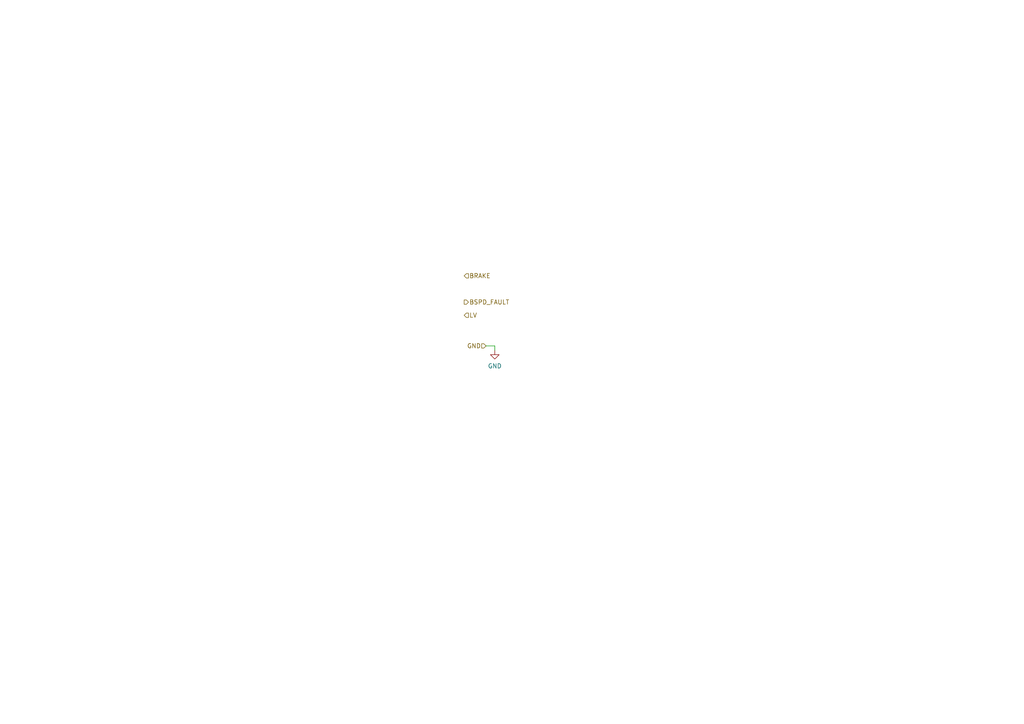
<source format=kicad_sch>
(kicad_sch (version 20211123) (generator eeschema)

  (uuid b43df33f-62fd-48d7-9cd2-2a6c09122ec1)

  (paper "A4")

  (lib_symbols
    (symbol "power:GND" (power) (pin_names (offset 0)) (in_bom yes) (on_board yes)
      (property "Reference" "#PWR" (id 0) (at 0 -6.35 0)
        (effects (font (size 1.27 1.27)) hide)
      )
      (property "Value" "GND" (id 1) (at 0 -3.81 0)
        (effects (font (size 1.27 1.27)))
      )
      (property "Footprint" "" (id 2) (at 0 0 0)
        (effects (font (size 1.27 1.27)) hide)
      )
      (property "Datasheet" "" (id 3) (at 0 0 0)
        (effects (font (size 1.27 1.27)) hide)
      )
      (property "ki_keywords" "power-flag" (id 4) (at 0 0 0)
        (effects (font (size 1.27 1.27)) hide)
      )
      (property "ki_description" "Power symbol creates a global label with name \"GND\" , ground" (id 5) (at 0 0 0)
        (effects (font (size 1.27 1.27)) hide)
      )
      (symbol "GND_0_1"
        (polyline
          (pts
            (xy 0 0)
            (xy 0 -1.27)
            (xy 1.27 -1.27)
            (xy 0 -2.54)
            (xy -1.27 -1.27)
            (xy 0 -1.27)
          )
          (stroke (width 0) (type default) (color 0 0 0 0))
          (fill (type none))
        )
      )
      (symbol "GND_1_1"
        (pin power_in line (at 0 0 270) (length 0) hide
          (name "GND" (effects (font (size 1.27 1.27))))
          (number "1" (effects (font (size 1.27 1.27))))
        )
      )
    )
  )


  (wire (pts (xy 143.51 100.33) (xy 143.51 101.6))
    (stroke (width 0) (type default) (color 0 0 0 0))
    (uuid 8688e922-ec64-4edc-8a80-635eb36566ba)
  )
  (wire (pts (xy 140.97 100.33) (xy 143.51 100.33))
    (stroke (width 0) (type default) (color 0 0 0 0))
    (uuid 88d24b28-8872-4e13-9fae-b2fc7e022929)
  )

  (hierarchical_label "GND" (shape input) (at 140.97 100.33 180)
    (effects (font (size 1.27 1.27)) (justify right))
    (uuid 0e504e04-422b-4515-820d-03fd7fb2fd6b)
  )
  (hierarchical_label "LV" (shape input) (at 134.62 91.44 0)
    (effects (font (size 1.27 1.27)) (justify left))
    (uuid 1b1bc268-579c-4cee-9b85-00d314b8766c)
  )
  (hierarchical_label "BSPD_FAULT" (shape output) (at 134.62 87.63 0)
    (effects (font (size 1.27 1.27)) (justify left))
    (uuid 7f57dcd2-7d47-4eff-a681-98fff82f1078)
  )
  (hierarchical_label "BRAKE" (shape input) (at 134.62 80.01 0)
    (effects (font (size 1.27 1.27)) (justify left))
    (uuid fd104f46-a4d6-47f8-a20a-5d264617fb39)
  )

  (symbol (lib_id "power:GND") (at 143.51 101.6 0) (unit 1)
    (in_bom yes) (on_board yes) (fields_autoplaced)
    (uuid a9e3f868-3ccc-4d98-8eb6-42313261f727)
    (property "Reference" "#PWR0126" (id 0) (at 143.51 107.95 0)
      (effects (font (size 1.27 1.27)) hide)
    )
    (property "Value" "GND" (id 1) (at 143.51 106.1625 0))
    (property "Footprint" "" (id 2) (at 143.51 101.6 0)
      (effects (font (size 1.27 1.27)) hide)
    )
    (property "Datasheet" "" (id 3) (at 143.51 101.6 0)
      (effects (font (size 1.27 1.27)) hide)
    )
    (pin "1" (uuid 45b26acd-de63-4b53-9930-f76673500228))
  )
)

</source>
